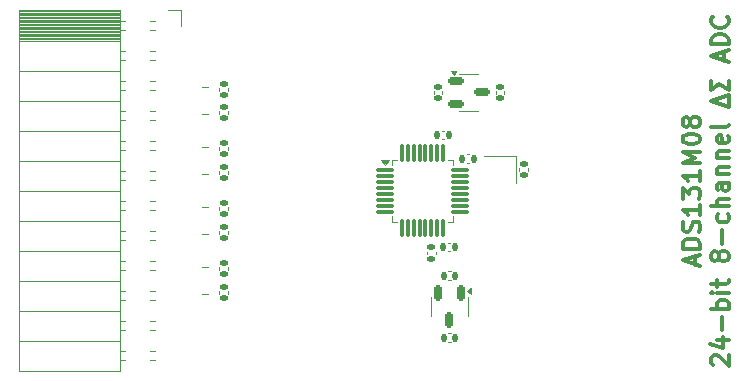
<source format=gbr>
%TF.GenerationSoftware,KiCad,Pcbnew,8.0.3-8.0.3-0~ubuntu23.10.1*%
%TF.CreationDate,2024-08-03T00:22:19-04:00*%
%TF.ProjectId,ADS131M08_Arduino,41445331-3331-44d3-9038-5f4172647569,rev?*%
%TF.SameCoordinates,Original*%
%TF.FileFunction,Legend,Top*%
%TF.FilePolarity,Positive*%
%FSLAX46Y46*%
G04 Gerber Fmt 4.6, Leading zero omitted, Abs format (unit mm)*
G04 Created by KiCad (PCBNEW 8.0.3-8.0.3-0~ubuntu23.10.1) date 2024-08-03 00:22:19*
%MOMM*%
%LPD*%
G01*
G04 APERTURE LIST*
G04 Aperture macros list*
%AMRoundRect*
0 Rectangle with rounded corners*
0 $1 Rounding radius*
0 $2 $3 $4 $5 $6 $7 $8 $9 X,Y pos of 4 corners*
0 Add a 4 corners polygon primitive as box body*
4,1,4,$2,$3,$4,$5,$6,$7,$8,$9,$2,$3,0*
0 Add four circle primitives for the rounded corners*
1,1,$1+$1,$2,$3*
1,1,$1+$1,$4,$5*
1,1,$1+$1,$6,$7*
1,1,$1+$1,$8,$9*
0 Add four rect primitives between the rounded corners*
20,1,$1+$1,$2,$3,$4,$5,0*
20,1,$1+$1,$4,$5,$6,$7,0*
20,1,$1+$1,$6,$7,$8,$9,0*
20,1,$1+$1,$8,$9,$2,$3,0*%
G04 Aperture macros list end*
%ADD10C,0.300000*%
%ADD11C,0.120000*%
%ADD12RoundRect,0.140000X-0.140000X-0.170000X0.140000X-0.170000X0.140000X0.170000X-0.140000X0.170000X0*%
%ADD13RoundRect,0.140000X-0.170000X0.140000X-0.170000X-0.140000X0.170000X-0.140000X0.170000X0.140000X0*%
%ADD14R,1.700000X1.700000*%
%ADD15O,1.700000X1.700000*%
%ADD16R,0.500000X0.320000*%
%ADD17RoundRect,0.140000X0.170000X-0.140000X0.170000X0.140000X-0.170000X0.140000X-0.170000X-0.140000X0*%
%ADD18R,0.900000X0.800000*%
%ADD19C,3.200000*%
%ADD20RoundRect,0.075000X-0.675000X-0.075000X0.675000X-0.075000X0.675000X0.075000X-0.675000X0.075000X0*%
%ADD21RoundRect,0.075000X-0.075000X-0.675000X0.075000X-0.675000X0.075000X0.675000X-0.075000X0.675000X0*%
%ADD22RoundRect,0.150000X-0.512500X-0.150000X0.512500X-0.150000X0.512500X0.150000X-0.512500X0.150000X0*%
%ADD23RoundRect,0.150000X-0.150000X0.512500X-0.150000X-0.512500X0.150000X-0.512500X0.150000X0.512500X0*%
G04 APERTURE END LIST*
D10*
X57532299Y20420002D02*
X57532299Y21134287D01*
X57960870Y20277145D02*
X56460870Y20777145D01*
X56460870Y20777145D02*
X57960870Y21277145D01*
X57960870Y21777144D02*
X56460870Y21777144D01*
X56460870Y21777144D02*
X56460870Y22134287D01*
X56460870Y22134287D02*
X56532299Y22348573D01*
X56532299Y22348573D02*
X56675156Y22491430D01*
X56675156Y22491430D02*
X56818013Y22562859D01*
X56818013Y22562859D02*
X57103727Y22634287D01*
X57103727Y22634287D02*
X57318013Y22634287D01*
X57318013Y22634287D02*
X57603727Y22562859D01*
X57603727Y22562859D02*
X57746584Y22491430D01*
X57746584Y22491430D02*
X57889442Y22348573D01*
X57889442Y22348573D02*
X57960870Y22134287D01*
X57960870Y22134287D02*
X57960870Y21777144D01*
X57889442Y23205716D02*
X57960870Y23420001D01*
X57960870Y23420001D02*
X57960870Y23777144D01*
X57960870Y23777144D02*
X57889442Y23920001D01*
X57889442Y23920001D02*
X57818013Y23991430D01*
X57818013Y23991430D02*
X57675156Y24062859D01*
X57675156Y24062859D02*
X57532299Y24062859D01*
X57532299Y24062859D02*
X57389442Y23991430D01*
X57389442Y23991430D02*
X57318013Y23920001D01*
X57318013Y23920001D02*
X57246584Y23777144D01*
X57246584Y23777144D02*
X57175156Y23491430D01*
X57175156Y23491430D02*
X57103727Y23348573D01*
X57103727Y23348573D02*
X57032299Y23277144D01*
X57032299Y23277144D02*
X56889442Y23205716D01*
X56889442Y23205716D02*
X56746584Y23205716D01*
X56746584Y23205716D02*
X56603727Y23277144D01*
X56603727Y23277144D02*
X56532299Y23348573D01*
X56532299Y23348573D02*
X56460870Y23491430D01*
X56460870Y23491430D02*
X56460870Y23848573D01*
X56460870Y23848573D02*
X56532299Y24062859D01*
X57960870Y25491430D02*
X57960870Y24634287D01*
X57960870Y25062858D02*
X56460870Y25062858D01*
X56460870Y25062858D02*
X56675156Y24920001D01*
X56675156Y24920001D02*
X56818013Y24777144D01*
X56818013Y24777144D02*
X56889442Y24634287D01*
X56460870Y25991429D02*
X56460870Y26920001D01*
X56460870Y26920001D02*
X57032299Y26420001D01*
X57032299Y26420001D02*
X57032299Y26634286D01*
X57032299Y26634286D02*
X57103727Y26777143D01*
X57103727Y26777143D02*
X57175156Y26848572D01*
X57175156Y26848572D02*
X57318013Y26920001D01*
X57318013Y26920001D02*
X57675156Y26920001D01*
X57675156Y26920001D02*
X57818013Y26848572D01*
X57818013Y26848572D02*
X57889442Y26777143D01*
X57889442Y26777143D02*
X57960870Y26634286D01*
X57960870Y26634286D02*
X57960870Y26205715D01*
X57960870Y26205715D02*
X57889442Y26062858D01*
X57889442Y26062858D02*
X57818013Y25991429D01*
X57960870Y28348572D02*
X57960870Y27491429D01*
X57960870Y27920000D02*
X56460870Y27920000D01*
X56460870Y27920000D02*
X56675156Y27777143D01*
X56675156Y27777143D02*
X56818013Y27634286D01*
X56818013Y27634286D02*
X56889442Y27491429D01*
X57960870Y28991428D02*
X56460870Y28991428D01*
X56460870Y28991428D02*
X57532299Y29491428D01*
X57532299Y29491428D02*
X56460870Y29991428D01*
X56460870Y29991428D02*
X57960870Y29991428D01*
X56460870Y30991429D02*
X56460870Y31134286D01*
X56460870Y31134286D02*
X56532299Y31277143D01*
X56532299Y31277143D02*
X56603727Y31348571D01*
X56603727Y31348571D02*
X56746584Y31420000D01*
X56746584Y31420000D02*
X57032299Y31491429D01*
X57032299Y31491429D02*
X57389442Y31491429D01*
X57389442Y31491429D02*
X57675156Y31420000D01*
X57675156Y31420000D02*
X57818013Y31348571D01*
X57818013Y31348571D02*
X57889442Y31277143D01*
X57889442Y31277143D02*
X57960870Y31134286D01*
X57960870Y31134286D02*
X57960870Y30991429D01*
X57960870Y30991429D02*
X57889442Y30848571D01*
X57889442Y30848571D02*
X57818013Y30777143D01*
X57818013Y30777143D02*
X57675156Y30705714D01*
X57675156Y30705714D02*
X57389442Y30634286D01*
X57389442Y30634286D02*
X57032299Y30634286D01*
X57032299Y30634286D02*
X56746584Y30705714D01*
X56746584Y30705714D02*
X56603727Y30777143D01*
X56603727Y30777143D02*
X56532299Y30848571D01*
X56532299Y30848571D02*
X56460870Y30991429D01*
X57103727Y32348571D02*
X57032299Y32205714D01*
X57032299Y32205714D02*
X56960870Y32134285D01*
X56960870Y32134285D02*
X56818013Y32062857D01*
X56818013Y32062857D02*
X56746584Y32062857D01*
X56746584Y32062857D02*
X56603727Y32134285D01*
X56603727Y32134285D02*
X56532299Y32205714D01*
X56532299Y32205714D02*
X56460870Y32348571D01*
X56460870Y32348571D02*
X56460870Y32634285D01*
X56460870Y32634285D02*
X56532299Y32777142D01*
X56532299Y32777142D02*
X56603727Y32848571D01*
X56603727Y32848571D02*
X56746584Y32920000D01*
X56746584Y32920000D02*
X56818013Y32920000D01*
X56818013Y32920000D02*
X56960870Y32848571D01*
X56960870Y32848571D02*
X57032299Y32777142D01*
X57032299Y32777142D02*
X57103727Y32634285D01*
X57103727Y32634285D02*
X57103727Y32348571D01*
X57103727Y32348571D02*
X57175156Y32205714D01*
X57175156Y32205714D02*
X57246584Y32134285D01*
X57246584Y32134285D02*
X57389442Y32062857D01*
X57389442Y32062857D02*
X57675156Y32062857D01*
X57675156Y32062857D02*
X57818013Y32134285D01*
X57818013Y32134285D02*
X57889442Y32205714D01*
X57889442Y32205714D02*
X57960870Y32348571D01*
X57960870Y32348571D02*
X57960870Y32634285D01*
X57960870Y32634285D02*
X57889442Y32777142D01*
X57889442Y32777142D02*
X57818013Y32848571D01*
X57818013Y32848571D02*
X57675156Y32920000D01*
X57675156Y32920000D02*
X57389442Y32920000D01*
X57389442Y32920000D02*
X57246584Y32848571D01*
X57246584Y32848571D02*
X57175156Y32777142D01*
X57175156Y32777142D02*
X57103727Y32634285D01*
X59018643Y11920002D02*
X58947215Y11991430D01*
X58947215Y11991430D02*
X58875786Y12134287D01*
X58875786Y12134287D02*
X58875786Y12491430D01*
X58875786Y12491430D02*
X58947215Y12634287D01*
X58947215Y12634287D02*
X59018643Y12705716D01*
X59018643Y12705716D02*
X59161500Y12777145D01*
X59161500Y12777145D02*
X59304358Y12777145D01*
X59304358Y12777145D02*
X59518643Y12705716D01*
X59518643Y12705716D02*
X60375786Y11848573D01*
X60375786Y11848573D02*
X60375786Y12777145D01*
X59375786Y14062858D02*
X60375786Y14062858D01*
X58804358Y13705716D02*
X59875786Y13348573D01*
X59875786Y13348573D02*
X59875786Y14277144D01*
X59804358Y14848572D02*
X59804358Y15991429D01*
X60375786Y16705715D02*
X58875786Y16705715D01*
X59447215Y16705715D02*
X59375786Y16848572D01*
X59375786Y16848572D02*
X59375786Y17134287D01*
X59375786Y17134287D02*
X59447215Y17277144D01*
X59447215Y17277144D02*
X59518643Y17348572D01*
X59518643Y17348572D02*
X59661500Y17420001D01*
X59661500Y17420001D02*
X60090072Y17420001D01*
X60090072Y17420001D02*
X60232929Y17348572D01*
X60232929Y17348572D02*
X60304358Y17277144D01*
X60304358Y17277144D02*
X60375786Y17134287D01*
X60375786Y17134287D02*
X60375786Y16848572D01*
X60375786Y16848572D02*
X60304358Y16705715D01*
X60375786Y18062858D02*
X59375786Y18062858D01*
X58875786Y18062858D02*
X58947215Y17991430D01*
X58947215Y17991430D02*
X59018643Y18062858D01*
X59018643Y18062858D02*
X58947215Y18134287D01*
X58947215Y18134287D02*
X58875786Y18062858D01*
X58875786Y18062858D02*
X59018643Y18062858D01*
X59375786Y18562859D02*
X59375786Y19134287D01*
X58875786Y18777144D02*
X60161500Y18777144D01*
X60161500Y18777144D02*
X60304358Y18848573D01*
X60304358Y18848573D02*
X60375786Y18991430D01*
X60375786Y18991430D02*
X60375786Y19134287D01*
X59518643Y20991430D02*
X59447215Y20848573D01*
X59447215Y20848573D02*
X59375786Y20777144D01*
X59375786Y20777144D02*
X59232929Y20705716D01*
X59232929Y20705716D02*
X59161500Y20705716D01*
X59161500Y20705716D02*
X59018643Y20777144D01*
X59018643Y20777144D02*
X58947215Y20848573D01*
X58947215Y20848573D02*
X58875786Y20991430D01*
X58875786Y20991430D02*
X58875786Y21277144D01*
X58875786Y21277144D02*
X58947215Y21420001D01*
X58947215Y21420001D02*
X59018643Y21491430D01*
X59018643Y21491430D02*
X59161500Y21562859D01*
X59161500Y21562859D02*
X59232929Y21562859D01*
X59232929Y21562859D02*
X59375786Y21491430D01*
X59375786Y21491430D02*
X59447215Y21420001D01*
X59447215Y21420001D02*
X59518643Y21277144D01*
X59518643Y21277144D02*
X59518643Y20991430D01*
X59518643Y20991430D02*
X59590072Y20848573D01*
X59590072Y20848573D02*
X59661500Y20777144D01*
X59661500Y20777144D02*
X59804358Y20705716D01*
X59804358Y20705716D02*
X60090072Y20705716D01*
X60090072Y20705716D02*
X60232929Y20777144D01*
X60232929Y20777144D02*
X60304358Y20848573D01*
X60304358Y20848573D02*
X60375786Y20991430D01*
X60375786Y20991430D02*
X60375786Y21277144D01*
X60375786Y21277144D02*
X60304358Y21420001D01*
X60304358Y21420001D02*
X60232929Y21491430D01*
X60232929Y21491430D02*
X60090072Y21562859D01*
X60090072Y21562859D02*
X59804358Y21562859D01*
X59804358Y21562859D02*
X59661500Y21491430D01*
X59661500Y21491430D02*
X59590072Y21420001D01*
X59590072Y21420001D02*
X59518643Y21277144D01*
X59804358Y22205715D02*
X59804358Y23348572D01*
X60304358Y24705715D02*
X60375786Y24562858D01*
X60375786Y24562858D02*
X60375786Y24277144D01*
X60375786Y24277144D02*
X60304358Y24134287D01*
X60304358Y24134287D02*
X60232929Y24062858D01*
X60232929Y24062858D02*
X60090072Y23991430D01*
X60090072Y23991430D02*
X59661500Y23991430D01*
X59661500Y23991430D02*
X59518643Y24062858D01*
X59518643Y24062858D02*
X59447215Y24134287D01*
X59447215Y24134287D02*
X59375786Y24277144D01*
X59375786Y24277144D02*
X59375786Y24562858D01*
X59375786Y24562858D02*
X59447215Y24705715D01*
X60375786Y25348572D02*
X58875786Y25348572D01*
X60375786Y25991429D02*
X59590072Y25991429D01*
X59590072Y25991429D02*
X59447215Y25920001D01*
X59447215Y25920001D02*
X59375786Y25777144D01*
X59375786Y25777144D02*
X59375786Y25562858D01*
X59375786Y25562858D02*
X59447215Y25420001D01*
X59447215Y25420001D02*
X59518643Y25348572D01*
X60375786Y27348572D02*
X59590072Y27348572D01*
X59590072Y27348572D02*
X59447215Y27277144D01*
X59447215Y27277144D02*
X59375786Y27134287D01*
X59375786Y27134287D02*
X59375786Y26848572D01*
X59375786Y26848572D02*
X59447215Y26705715D01*
X60304358Y27348572D02*
X60375786Y27205715D01*
X60375786Y27205715D02*
X60375786Y26848572D01*
X60375786Y26848572D02*
X60304358Y26705715D01*
X60304358Y26705715D02*
X60161500Y26634287D01*
X60161500Y26634287D02*
X60018643Y26634287D01*
X60018643Y26634287D02*
X59875786Y26705715D01*
X59875786Y26705715D02*
X59804358Y26848572D01*
X59804358Y26848572D02*
X59804358Y27205715D01*
X59804358Y27205715D02*
X59732929Y27348572D01*
X59375786Y28062858D02*
X60375786Y28062858D01*
X59518643Y28062858D02*
X59447215Y28134287D01*
X59447215Y28134287D02*
X59375786Y28277144D01*
X59375786Y28277144D02*
X59375786Y28491430D01*
X59375786Y28491430D02*
X59447215Y28634287D01*
X59447215Y28634287D02*
X59590072Y28705715D01*
X59590072Y28705715D02*
X60375786Y28705715D01*
X59375786Y29420001D02*
X60375786Y29420001D01*
X59518643Y29420001D02*
X59447215Y29491430D01*
X59447215Y29491430D02*
X59375786Y29634287D01*
X59375786Y29634287D02*
X59375786Y29848573D01*
X59375786Y29848573D02*
X59447215Y29991430D01*
X59447215Y29991430D02*
X59590072Y30062858D01*
X59590072Y30062858D02*
X60375786Y30062858D01*
X60304358Y31348573D02*
X60375786Y31205716D01*
X60375786Y31205716D02*
X60375786Y30920001D01*
X60375786Y30920001D02*
X60304358Y30777144D01*
X60304358Y30777144D02*
X60161500Y30705716D01*
X60161500Y30705716D02*
X59590072Y30705716D01*
X59590072Y30705716D02*
X59447215Y30777144D01*
X59447215Y30777144D02*
X59375786Y30920001D01*
X59375786Y30920001D02*
X59375786Y31205716D01*
X59375786Y31205716D02*
X59447215Y31348573D01*
X59447215Y31348573D02*
X59590072Y31420001D01*
X59590072Y31420001D02*
X59732929Y31420001D01*
X59732929Y31420001D02*
X59875786Y30705716D01*
X60375786Y32277144D02*
X60304358Y32134287D01*
X60304358Y32134287D02*
X60161500Y32062858D01*
X60161500Y32062858D02*
X58875786Y32062858D01*
X60375786Y33777144D02*
X58875786Y34277144D01*
X58875786Y34277144D02*
X60375786Y34777144D01*
X60375786Y34777144D02*
X60375786Y33777144D01*
X60375786Y35991429D02*
X60375786Y35205715D01*
X60375786Y35205715D02*
X59590072Y35705715D01*
X59590072Y35705715D02*
X58875786Y35205715D01*
X58875786Y35205715D02*
X58875786Y35991429D01*
X59947215Y37705715D02*
X59947215Y38420000D01*
X60375786Y37562858D02*
X58875786Y38062858D01*
X58875786Y38062858D02*
X60375786Y38562858D01*
X60375786Y39062857D02*
X58875786Y39062857D01*
X58875786Y39062857D02*
X58875786Y39420000D01*
X58875786Y39420000D02*
X58947215Y39634286D01*
X58947215Y39634286D02*
X59090072Y39777143D01*
X59090072Y39777143D02*
X59232929Y39848572D01*
X59232929Y39848572D02*
X59518643Y39920000D01*
X59518643Y39920000D02*
X59732929Y39920000D01*
X59732929Y39920000D02*
X60018643Y39848572D01*
X60018643Y39848572D02*
X60161500Y39777143D01*
X60161500Y39777143D02*
X60304358Y39634286D01*
X60304358Y39634286D02*
X60375786Y39420000D01*
X60375786Y39420000D02*
X60375786Y39062857D01*
X60232929Y41420000D02*
X60304358Y41348572D01*
X60304358Y41348572D02*
X60375786Y41134286D01*
X60375786Y41134286D02*
X60375786Y40991429D01*
X60375786Y40991429D02*
X60304358Y40777143D01*
X60304358Y40777143D02*
X60161500Y40634286D01*
X60161500Y40634286D02*
X60018643Y40562857D01*
X60018643Y40562857D02*
X59732929Y40491429D01*
X59732929Y40491429D02*
X59518643Y40491429D01*
X59518643Y40491429D02*
X59232929Y40562857D01*
X59232929Y40562857D02*
X59090072Y40634286D01*
X59090072Y40634286D02*
X58947215Y40777143D01*
X58947215Y40777143D02*
X58875786Y40991429D01*
X58875786Y40991429D02*
X58875786Y41134286D01*
X58875786Y41134286D02*
X58947215Y41348572D01*
X58947215Y41348572D02*
X59018643Y41420000D01*
D11*
%TO.C,C2*%
X36592164Y22260000D02*
X36807836Y22260000D01*
X36592164Y21540000D02*
X36807836Y21540000D01*
%TO.C,C3*%
X34840000Y21507836D02*
X34840000Y21292164D01*
X35560000Y21507836D02*
X35560000Y21292164D01*
%TO.C,J5*%
X245000Y42000000D02*
X245000Y11400000D01*
X245000Y42000000D02*
X8875000Y42000000D01*
X245000Y41880000D02*
X8875000Y41880000D01*
X245000Y41761905D02*
X8875000Y41761905D01*
X245000Y41643810D02*
X8875000Y41643810D01*
X245000Y41525715D02*
X8875000Y41525715D01*
X245000Y41407620D02*
X8875000Y41407620D01*
X245000Y41289525D02*
X8875000Y41289525D01*
X245000Y41171430D02*
X8875000Y41171430D01*
X245000Y41053335D02*
X8875000Y41053335D01*
X245000Y40935240D02*
X8875000Y40935240D01*
X245000Y40817145D02*
X8875000Y40817145D01*
X245000Y40699050D02*
X8875000Y40699050D01*
X245000Y40580955D02*
X8875000Y40580955D01*
X245000Y40462860D02*
X8875000Y40462860D01*
X245000Y40344765D02*
X8875000Y40344765D01*
X245000Y40226670D02*
X8875000Y40226670D01*
X245000Y40108575D02*
X8875000Y40108575D01*
X245000Y39990480D02*
X8875000Y39990480D01*
X245000Y39872385D02*
X8875000Y39872385D01*
X245000Y39754290D02*
X8875000Y39754290D01*
X245000Y39636195D02*
X8875000Y39636195D01*
X245000Y39518100D02*
X8875000Y39518100D01*
X245000Y39400000D02*
X8875000Y39400000D01*
X245000Y36860000D02*
X8875000Y36860000D01*
X245000Y34320000D02*
X8875000Y34320000D01*
X245000Y31780000D02*
X8875000Y31780000D01*
X245000Y29240000D02*
X8875000Y29240000D01*
X245000Y26700000D02*
X8875000Y26700000D01*
X245000Y24160000D02*
X8875000Y24160000D01*
X245000Y21620000D02*
X8875000Y21620000D01*
X245000Y19080000D02*
X8875000Y19080000D01*
X245000Y16540000D02*
X8875000Y16540000D01*
X245000Y14000000D02*
X8875000Y14000000D01*
X245000Y11400000D02*
X8875000Y11400000D01*
X8875000Y42000000D02*
X8875000Y11400000D01*
X8875000Y41030000D02*
X9285000Y41030000D01*
X8875000Y40310000D02*
X9285000Y40310000D01*
X8875000Y38490000D02*
X9285000Y38490000D01*
X8875000Y37770000D02*
X9285000Y37770000D01*
X8875000Y35950000D02*
X9285000Y35950000D01*
X8875000Y35230000D02*
X9285000Y35230000D01*
X8875000Y33410000D02*
X9285000Y33410000D01*
X8875000Y32690000D02*
X9285000Y32690000D01*
X8875000Y30870000D02*
X9285000Y30870000D01*
X8875000Y30150000D02*
X9285000Y30150000D01*
X8875000Y28330000D02*
X9285000Y28330000D01*
X8875000Y27610000D02*
X9285000Y27610000D01*
X8875000Y25790000D02*
X9285000Y25790000D01*
X8875000Y25070000D02*
X9285000Y25070000D01*
X8875000Y23250000D02*
X9285000Y23250000D01*
X8875000Y22530000D02*
X9285000Y22530000D01*
X8875000Y20710000D02*
X9285000Y20710000D01*
X8875000Y19990000D02*
X9285000Y19990000D01*
X8875000Y18170000D02*
X9285000Y18170000D01*
X8875000Y17450000D02*
X9285000Y17450000D01*
X8875000Y15630000D02*
X9285000Y15630000D01*
X8875000Y14910000D02*
X9285000Y14910000D01*
X8875000Y13090000D02*
X9285000Y13090000D01*
X8875000Y12370000D02*
X9285000Y12370000D01*
X11385000Y41030000D02*
X11765000Y41030000D01*
X11385000Y40310000D02*
X11765000Y40310000D01*
X11385000Y38490000D02*
X11825000Y38490000D01*
X11385000Y37770000D02*
X11825000Y37770000D01*
X11385000Y35950000D02*
X11825000Y35950000D01*
X11385000Y35230000D02*
X11825000Y35230000D01*
X11385000Y33410000D02*
X11825000Y33410000D01*
X11385000Y32690000D02*
X11825000Y32690000D01*
X11385000Y30870000D02*
X11825000Y30870000D01*
X11385000Y30150000D02*
X11825000Y30150000D01*
X11385000Y28330000D02*
X11825000Y28330000D01*
X11385000Y27610000D02*
X11825000Y27610000D01*
X11385000Y25790000D02*
X11825000Y25790000D01*
X11385000Y25070000D02*
X11825000Y25070000D01*
X11385000Y23250000D02*
X11825000Y23250000D01*
X11385000Y22530000D02*
X11825000Y22530000D01*
X11385000Y20710000D02*
X11825000Y20710000D01*
X11385000Y19990000D02*
X11825000Y19990000D01*
X11385000Y18170000D02*
X11825000Y18170000D01*
X11385000Y17450000D02*
X11825000Y17450000D01*
X11385000Y15630000D02*
X11825000Y15630000D01*
X11385000Y14910000D02*
X11825000Y14910000D01*
X11385000Y13090000D02*
X11825000Y13090000D01*
X11385000Y12370000D02*
X11825000Y12370000D01*
X12875000Y42000000D02*
X13985000Y42000000D01*
X13985000Y42000000D02*
X13985000Y40670000D01*
%TO.C,RN3*%
X15750000Y35460000D02*
X16250000Y35460000D01*
X15750000Y33180000D02*
X16250000Y33180000D01*
%TO.C,RN1*%
X15750000Y30380000D02*
X16250000Y30380000D01*
X15750000Y28100000D02*
X16250000Y28100000D01*
%TO.C,C5*%
X42640000Y28392164D02*
X42640000Y28607836D01*
X43360000Y28392164D02*
X43360000Y28607836D01*
%TO.C,C10*%
X17240000Y25267836D02*
X17240000Y25052164D01*
X17960000Y25267836D02*
X17960000Y25052164D01*
%TO.C,C7*%
X17240000Y33212164D02*
X17240000Y33427836D01*
X17960000Y33212164D02*
X17960000Y33427836D01*
%TO.C,C12*%
X17240000Y20187836D02*
X17240000Y19972164D01*
X17960000Y20187836D02*
X17960000Y19972164D01*
%TO.C,C13*%
X17240000Y17972164D02*
X17240000Y18187836D01*
X17960000Y17972164D02*
X17960000Y18187836D01*
%TO.C,C9*%
X17240000Y28132164D02*
X17240000Y28347836D01*
X17960000Y28132164D02*
X17960000Y28347836D01*
%TO.C,X1*%
X42350000Y29650000D02*
X39650000Y29650000D01*
X42350000Y27350000D02*
X42350000Y29650000D01*
%TO.C,C17*%
X36622164Y19860000D02*
X36837836Y19860000D01*
X36622164Y19140000D02*
X36837836Y19140000D01*
%TO.C,C15*%
X35390000Y34892164D02*
X35390000Y35107836D01*
X36110000Y34892164D02*
X36110000Y35107836D01*
%TO.C,C1*%
X36072164Y31760000D02*
X36287836Y31760000D01*
X36072164Y31040000D02*
X36287836Y31040000D01*
%TO.C,U1*%
X31840000Y29280000D02*
X31840000Y28830000D01*
X31840000Y24060000D02*
X31840000Y24510000D01*
X32290000Y29280000D02*
X31840000Y29280000D01*
X32290000Y24060000D02*
X31840000Y24060000D01*
X36610000Y29280000D02*
X37060000Y29280000D01*
X36610000Y24060000D02*
X37060000Y24060000D01*
X37060000Y29280000D02*
X37060000Y28830000D01*
X37060000Y24060000D02*
X37060000Y24510000D01*
X31237500Y28830000D02*
X30897500Y29300000D01*
X31577500Y29300000D01*
X31237500Y28830000D01*
G36*
X31237500Y28830000D02*
G01*
X30897500Y29300000D01*
X31577500Y29300000D01*
X31237500Y28830000D01*
G37*
%TO.C,RN4*%
X15750000Y20220000D02*
X16250000Y20220000D01*
X15750000Y17940000D02*
X16250000Y17940000D01*
%TO.C,C16*%
X40650000Y34892164D02*
X40650000Y35107836D01*
X41370000Y34892164D02*
X41370000Y35107836D01*
%TO.C,U2*%
X38380000Y36560000D02*
X37580000Y36560000D01*
X38380000Y36560000D02*
X39180000Y36560000D01*
X38380000Y33440000D02*
X37580000Y33440000D01*
X38380000Y33440000D02*
X39180000Y33440000D01*
X37080000Y36510000D02*
X36840000Y36840000D01*
X37320000Y36840000D01*
X37080000Y36510000D01*
G36*
X37080000Y36510000D02*
G01*
X36840000Y36840000D01*
X37320000Y36840000D01*
X37080000Y36510000D01*
G37*
%TO.C,C6*%
X17240000Y35337836D02*
X17240000Y35122164D01*
X17960000Y35337836D02*
X17960000Y35122164D01*
%TO.C,C11*%
X17240000Y23052164D02*
X17240000Y23267836D01*
X17960000Y23052164D02*
X17960000Y23267836D01*
%TO.C,C14*%
X36622164Y14600000D02*
X36837836Y14600000D01*
X36622164Y13880000D02*
X36837836Y13880000D01*
%TO.C,C4*%
X38192164Y29760000D02*
X38407836Y29760000D01*
X38192164Y29040000D02*
X38407836Y29040000D01*
%TO.C,C8*%
X17240000Y30347836D02*
X17240000Y30132164D01*
X17960000Y30347836D02*
X17960000Y30132164D01*
%TO.C,RN2*%
X15750000Y25300000D02*
X16250000Y25300000D01*
X15750000Y23020000D02*
X16250000Y23020000D01*
%TO.C,U3*%
X35170000Y16870000D02*
X35170000Y17670000D01*
X35170000Y16870000D02*
X35170000Y16070000D01*
X38290000Y16870000D02*
X38290000Y17670000D01*
X38290000Y16870000D02*
X38290000Y16070000D01*
X38570000Y17930000D02*
X38240000Y18170000D01*
X38570000Y18410000D01*
X38570000Y17930000D01*
G36*
X38570000Y17930000D02*
G01*
X38240000Y18170000D01*
X38570000Y18410000D01*
X38570000Y17930000D01*
G37*
%TD*%
%LPC*%
D12*
%TO.C,C2*%
X36220000Y21900000D03*
X37180000Y21900000D03*
%TD*%
D13*
%TO.C,C3*%
X35200000Y21880000D03*
X35200000Y20920000D03*
%TD*%
D14*
%TO.C,J5*%
X12875000Y40670000D03*
D15*
X10335000Y40670000D03*
X12875000Y38130000D03*
X10335000Y38130000D03*
X12875000Y35590000D03*
X10335000Y35590000D03*
X12875000Y33050000D03*
X10335000Y33050000D03*
X12875000Y30510000D03*
X10335000Y30510000D03*
X12875000Y27970000D03*
X10335000Y27970000D03*
X12875000Y25430000D03*
X10335000Y25430000D03*
X12875000Y22890000D03*
X10335000Y22890000D03*
X12875000Y20350000D03*
X10335000Y20350000D03*
X12875000Y17810000D03*
X10335000Y17810000D03*
X12875000Y15270000D03*
X10335000Y15270000D03*
X12875000Y12730000D03*
X10335000Y12730000D03*
%TD*%
D16*
%TO.C,RN3*%
X16500000Y33570000D03*
X16500000Y34070000D03*
X16500000Y34570000D03*
X16500000Y35070000D03*
X15500000Y35070000D03*
X15500000Y34570000D03*
X15500000Y34070000D03*
X15500000Y33570000D03*
%TD*%
%TO.C,RN1*%
X16500000Y28490000D03*
X16500000Y28990000D03*
X16500000Y29490000D03*
X16500000Y29990000D03*
X15500000Y29990000D03*
X15500000Y29490000D03*
X15500000Y28990000D03*
X15500000Y28490000D03*
%TD*%
D17*
%TO.C,C5*%
X43000000Y28020000D03*
X43000000Y28980000D03*
%TD*%
D13*
%TO.C,C10*%
X17600000Y25640000D03*
X17600000Y24680000D03*
%TD*%
D17*
%TO.C,C7*%
X17600000Y32840000D03*
X17600000Y33800000D03*
%TD*%
D13*
%TO.C,C12*%
X17600000Y20560000D03*
X17600000Y19600000D03*
%TD*%
D17*
%TO.C,C13*%
X17600000Y17600000D03*
X17600000Y18560000D03*
%TD*%
%TO.C,C9*%
X17600000Y27760000D03*
X17600000Y28720000D03*
%TD*%
D18*
%TO.C,X1*%
X41700000Y29050000D03*
X40300000Y29050000D03*
X40300000Y27950000D03*
X41700000Y27950000D03*
%TD*%
D12*
%TO.C,C17*%
X36250000Y19500000D03*
X37210000Y19500000D03*
%TD*%
D19*
%TO.C,MH1*%
X15240000Y50800000D03*
%TD*%
D17*
%TO.C,C15*%
X35750000Y34520000D03*
X35750000Y35480000D03*
%TD*%
D12*
%TO.C,C1*%
X35700000Y31400000D03*
X36660000Y31400000D03*
%TD*%
D20*
%TO.C,U1*%
X31275000Y28420000D03*
X31275000Y27920000D03*
X31275000Y27420000D03*
X31275000Y26920000D03*
X31275000Y26420000D03*
X31275000Y25920000D03*
X31275000Y25420000D03*
X31275000Y24920000D03*
D21*
X32700000Y23495000D03*
X33200000Y23495000D03*
X33700000Y23495000D03*
X34200000Y23495000D03*
X34700000Y23495000D03*
X35200000Y23495000D03*
X35700000Y23495000D03*
X36200000Y23495000D03*
D20*
X37625000Y24920000D03*
X37625000Y25420000D03*
X37625000Y25920000D03*
X37625000Y26420000D03*
X37625000Y26920000D03*
X37625000Y27420000D03*
X37625000Y27920000D03*
X37625000Y28420000D03*
D21*
X36200000Y29845000D03*
X35700000Y29845000D03*
X35200000Y29845000D03*
X34700000Y29845000D03*
X34200000Y29845000D03*
X33700000Y29845000D03*
X33200000Y29845000D03*
X32700000Y29845000D03*
%TD*%
D16*
%TO.C,RN4*%
X16500000Y18330000D03*
X16500000Y18830000D03*
X16500000Y19330000D03*
X16500000Y19830000D03*
X15500000Y19830000D03*
X15500000Y19330000D03*
X15500000Y18830000D03*
X15500000Y18330000D03*
%TD*%
D17*
%TO.C,C16*%
X41010000Y34520000D03*
X41010000Y35480000D03*
%TD*%
D22*
%TO.C,U2*%
X37242500Y35950000D03*
X37242500Y34050000D03*
X39517500Y35000000D03*
%TD*%
D13*
%TO.C,C6*%
X17600000Y35710000D03*
X17600000Y34750000D03*
%TD*%
D17*
%TO.C,C11*%
X17600000Y22680000D03*
X17600000Y23640000D03*
%TD*%
D12*
%TO.C,C14*%
X36250000Y14240000D03*
X37210000Y14240000D03*
%TD*%
%TO.C,C4*%
X37820000Y29400000D03*
X38780000Y29400000D03*
%TD*%
D13*
%TO.C,C8*%
X17600000Y30720000D03*
X17600000Y29760000D03*
%TD*%
D19*
%TO.C,MH2*%
X13970000Y2540000D03*
%TD*%
%TO.C,MH3*%
X66040000Y35560000D03*
%TD*%
%TO.C,MH4*%
X66040000Y7620000D03*
%TD*%
D16*
%TO.C,RN2*%
X16500000Y23410000D03*
X16500000Y23910000D03*
X16500000Y24410000D03*
X16500000Y24910000D03*
X15500000Y24910000D03*
X15500000Y24410000D03*
X15500000Y23910000D03*
X15500000Y23410000D03*
%TD*%
D23*
%TO.C,U3*%
X37680000Y18007500D03*
X35780000Y18007500D03*
X36730000Y15732500D03*
%TD*%
D14*
%TO.C,J1*%
X27940000Y2540000D03*
D15*
X30480000Y2540000D03*
X33020000Y2540000D03*
X35560000Y2540000D03*
X38100000Y2540000D03*
X40640000Y2540000D03*
X43180000Y2540000D03*
X45720000Y2540000D03*
%TD*%
D14*
%TO.C,J3*%
X50800000Y2540000D03*
D15*
X53340000Y2540000D03*
X55880000Y2540000D03*
X58420000Y2540000D03*
X60960000Y2540000D03*
X63500000Y2540000D03*
%TD*%
D14*
%TO.C,J2*%
X18796000Y50800000D03*
D15*
X21336000Y50800000D03*
X23876000Y50800000D03*
X26416000Y50800000D03*
X28956000Y50800000D03*
X31496000Y50800000D03*
X34036000Y50800000D03*
X36576000Y50800000D03*
X39116000Y50800000D03*
X41656000Y50800000D03*
%TD*%
D14*
%TO.C,J4*%
X45720000Y50800000D03*
D15*
X48260000Y50800000D03*
X50800000Y50800000D03*
X53340000Y50800000D03*
X55880000Y50800000D03*
X58420000Y50800000D03*
X60960000Y50800000D03*
X63500000Y50800000D03*
%TD*%
%LPD*%
M02*

</source>
